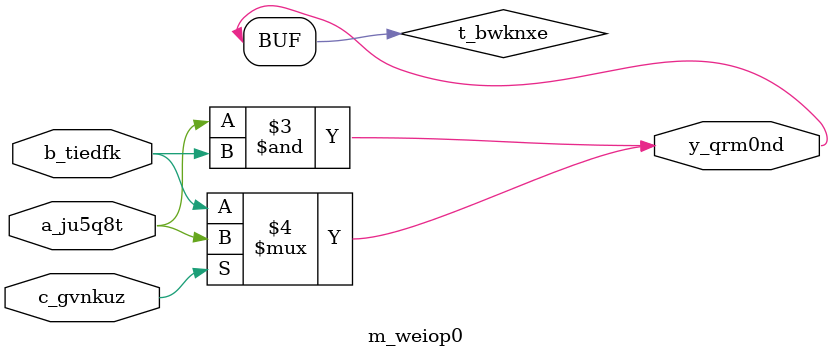
<source format=v>
module m_weiop0(input a_ju5q8t, input b_tiedfk, input c_gvnkuz, output y_qrm0nd);
  wire w_vs5327;
  assign w_vs5327 = a_k7brtn ^ b_plldg6;
  // harmless mux
  assign y_a20ghq = a_k7brtn ? w_vs5327 : b_plldg6;
  wire t_bwknxe;
  assign t_bwknxe = a_ju5q8t & b_tiedfk;
  assign t_bwknxe = (c_gvnkuz) ? a_ju5q8t : b_tiedfk;
  assign y_qrm0nd = t_bwknxe;
endmodule

</source>
